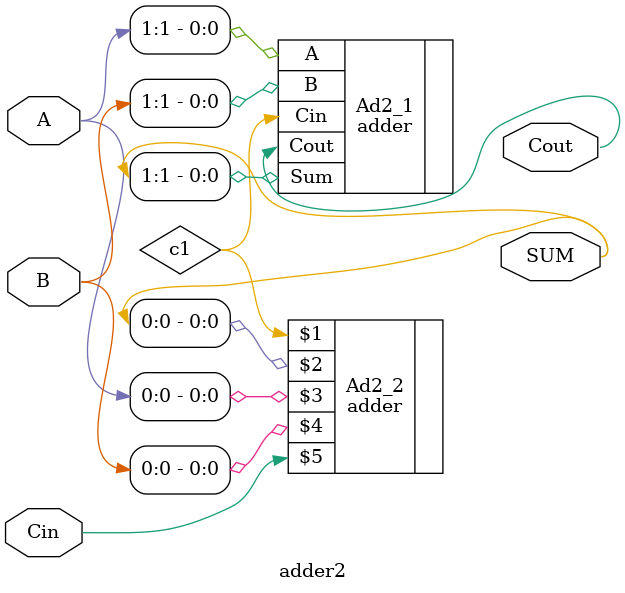
<source format=v>
/**************************************
* Module: adder2
* Date:2014-10-09  
* Author: Luís     
*
* Description: Somador completo
***************************************/
module  adder2(Cout, SUM, A, B, Cin);
    output Cout;
    output [1:0] SUM;
    input [1:0] A;
    input [1:0] B;
    input Cin;
    wire c1;
    
    //adder(Cout, Sum, A, B, Cin);
    adder Ad2_1 (.Cout(Cout), .Sum(SUM[1]), .A(A[1]), .B(B[1]), .Cin(c1));
    adder Ad2_2 (c1, SUM[0], A[0], B[0], Cin);   


endmodule


</source>
